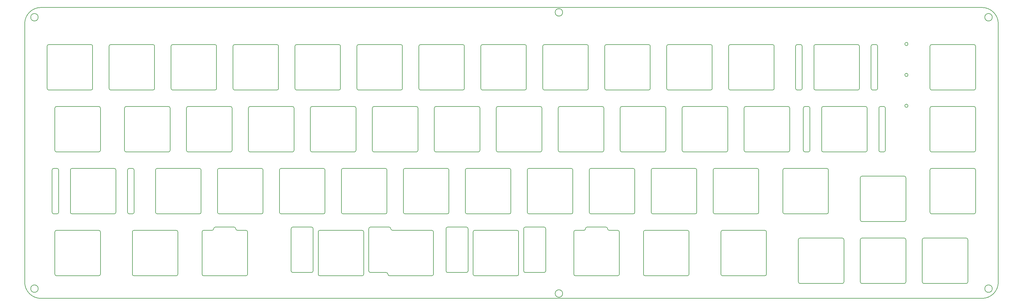
<source format=gm1>
G04 #@! TF.GenerationSoftware,KiCad,Pcbnew,(5.1.9)-1*
G04 #@! TF.CreationDate,2021-06-08T15:10:14-04:00*
G04 #@! TF.ProjectId,kastenwagen-plate,6b617374-656e-4776-9167-656e2d706c61,rev?*
G04 #@! TF.SameCoordinates,Original*
G04 #@! TF.FileFunction,Profile,NP*
%FSLAX46Y46*%
G04 Gerber Fmt 4.6, Leading zero omitted, Abs format (unit mm)*
G04 Created by KiCad (PCBNEW (5.1.9)-1) date 2021-06-08 15:10:14*
%MOMM*%
%LPD*%
G01*
G04 APERTURE LIST*
G04 #@! TA.AperFunction,Profile*
%ADD10C,0.150000*%
G04 #@! TD*
G04 #@! TA.AperFunction,Profile*
%ADD11C,0.200000*%
G04 #@! TD*
G04 APERTURE END LIST*
D10*
X309000000Y-10000000D02*
G75*
G03*
X309000000Y-10000000I-1150000J0D01*
G01*
D11*
X310850000Y-91500000D02*
X310850000Y-12000000D01*
X310850000Y-91500000D02*
G75*
G02*
X305850000Y-96500000I-5000000J0D01*
G01*
X305850000Y-7000000D02*
G75*
G02*
X310850000Y-12000000I0J-5000000D01*
G01*
D10*
X309000000Y-93500000D02*
G75*
G03*
X309000000Y-93500000I-1150000J0D01*
G01*
D11*
X11500000Y-12000000D02*
G75*
G02*
X16500000Y-7000000I5000000J0D01*
G01*
X11500000Y-91500000D02*
X11500000Y-12000000D01*
X16500000Y-96500000D02*
G75*
G02*
X11500000Y-91500000I0J5000000D01*
G01*
X16500000Y-7000000D02*
X305850000Y-7000000D01*
X16500000Y-96500000D02*
X305850000Y-96500000D01*
D10*
X176900000Y-95000000D02*
G75*
G03*
X176900000Y-95000000I-1150000J0D01*
G01*
X15650000Y-93500000D02*
G75*
G03*
X15650000Y-93500000I-1150000J0D01*
G01*
X15650000Y-10000000D02*
G75*
G03*
X15650000Y-10000000I-1150000J0D01*
G01*
X176900000Y-8500000D02*
G75*
G03*
X176900000Y-8500000I-1150000J0D01*
G01*
D11*
X283100400Y-18236400D02*
G75*
G03*
X283100400Y-18236400I-500000J0D01*
G01*
X283100400Y-27736400D02*
G75*
G03*
X283100400Y-27736400I-500000J0D01*
G01*
X283100400Y-37236400D02*
G75*
G03*
X283100400Y-37236400I-500000J0D01*
G01*
G04 #@! TO.C,REF\u002A\u002A*
X79525000Y-89550000D02*
X66525000Y-89550000D01*
X117306750Y-75050000D02*
X117306750Y-88050000D01*
X117806750Y-88550000D02*
X122675000Y-88550000D01*
X117806750Y-74550000D02*
X123556750Y-74550000D01*
X115243750Y-89550000D02*
X102243750Y-89550000D01*
X93430750Y-75050000D02*
X93430750Y-88050000D01*
X115743750Y-89050000D02*
X115743750Y-76050000D01*
X101743750Y-76050000D02*
X101743750Y-89050000D01*
X102243750Y-75550000D02*
X115243750Y-75550000D01*
X100180750Y-75050000D02*
X100180750Y-88050000D01*
X93930750Y-74550000D02*
X99680750Y-74550000D01*
X93930750Y-88550000D02*
X99680750Y-88550000D01*
X193825000Y-89550000D02*
X180825000Y-89550000D01*
X180825000Y-75550000D02*
X183450000Y-75550000D01*
X180325000Y-76050000D02*
X180325000Y-89050000D01*
X194325000Y-89050000D02*
X194325000Y-76050000D01*
X184450000Y-74550000D02*
X190200000Y-74550000D01*
X124556750Y-75550000D02*
X136675000Y-75550000D01*
X137175000Y-89050000D02*
X137175000Y-76050000D01*
X136675000Y-89550000D02*
X123675000Y-89550000D01*
X76875000Y-75550000D02*
X79525000Y-75550000D01*
X80025000Y-89050000D02*
X80025000Y-76050000D01*
X66025000Y-76050000D02*
X66025000Y-89050000D01*
X165431750Y-88550000D02*
X171181750Y-88550000D01*
X164931750Y-75050000D02*
X164931750Y-88050000D01*
X162868750Y-89550000D02*
X149868750Y-89550000D01*
X163368750Y-89050000D02*
X163368750Y-76050000D01*
X149368750Y-76050000D02*
X149368750Y-89050000D01*
X149868750Y-75550000D02*
X162868750Y-75550000D01*
X171681750Y-75050000D02*
X171681750Y-88050000D01*
X147805750Y-75050000D02*
X147805750Y-88050000D01*
X141055750Y-75050000D02*
X141055750Y-88050000D01*
X165431750Y-74550000D02*
X171181750Y-74550000D01*
X141555750Y-74550000D02*
X147305750Y-74550000D01*
X141555750Y-88550000D02*
X147305750Y-88550000D01*
X75875000Y-74550000D02*
X70125000Y-74550000D01*
X66525000Y-75550000D02*
X69125000Y-75550000D01*
X191200000Y-75550000D02*
X193825000Y-75550000D01*
X76875000Y-75550000D02*
G75*
G02*
X76375000Y-75050000I0J500000D01*
G01*
X69625000Y-75050000D02*
G75*
G02*
X70125000Y-74550000I500000J0D01*
G01*
X69625000Y-75050000D02*
G75*
G02*
X69125000Y-75550000I-500000J0D01*
G01*
X75875000Y-74550000D02*
G75*
G02*
X76375000Y-75050000I0J-500000D01*
G01*
X123556750Y-74550000D02*
G75*
G02*
X124056750Y-75050000I0J-500000D01*
G01*
X123675000Y-89550000D02*
G75*
G02*
X123175000Y-89050000I0J500000D01*
G01*
X183950000Y-75050000D02*
G75*
G02*
X183450000Y-75550000I-500000J0D01*
G01*
X191200000Y-75550000D02*
G75*
G02*
X190700000Y-75050000I0J500000D01*
G01*
X101743750Y-76050000D02*
G75*
G02*
X102243750Y-75550000I500000J0D01*
G01*
X115743750Y-89050000D02*
G75*
G02*
X115243750Y-89550000I-500000J0D01*
G01*
X115243750Y-75550000D02*
G75*
G02*
X115743750Y-76050000I0J-500000D01*
G01*
X102243750Y-89550000D02*
G75*
G02*
X101743750Y-89050000I0J500000D01*
G01*
X93430750Y-75050000D02*
G75*
G02*
X93930750Y-74550000I500000J0D01*
G01*
X100180750Y-88050000D02*
G75*
G02*
X99680750Y-88550000I-500000J0D01*
G01*
X93930750Y-88550000D02*
G75*
G02*
X93430750Y-88050000I0J500000D01*
G01*
X117306750Y-75050000D02*
G75*
G02*
X117806750Y-74550000I500000J0D01*
G01*
X122675000Y-88550000D02*
G75*
G02*
X123175000Y-89050000I0J-500000D01*
G01*
X99680750Y-74550000D02*
G75*
G02*
X100180750Y-75050000I0J-500000D01*
G01*
X117806750Y-88550000D02*
G75*
G02*
X117306750Y-88050000I0J500000D01*
G01*
X164931750Y-75050000D02*
G75*
G02*
X165431750Y-74550000I500000J0D01*
G01*
X141555750Y-88550000D02*
G75*
G02*
X141055750Y-88050000I0J500000D01*
G01*
X147805750Y-88050000D02*
G75*
G02*
X147305750Y-88550000I-500000J0D01*
G01*
X171681750Y-88050000D02*
G75*
G02*
X171181750Y-88550000I-500000J0D01*
G01*
X141055750Y-75050000D02*
G75*
G02*
X141555750Y-74550000I500000J0D01*
G01*
X163368750Y-89050000D02*
G75*
G02*
X162868750Y-89550000I-500000J0D01*
G01*
X147305750Y-74550000D02*
G75*
G02*
X147805750Y-75050000I0J-500000D01*
G01*
X149368750Y-76050000D02*
G75*
G02*
X149868750Y-75550000I500000J0D01*
G01*
X162868750Y-75550000D02*
G75*
G02*
X163368750Y-76050000I0J-500000D01*
G01*
X149868750Y-89550000D02*
G75*
G02*
X149368750Y-89050000I0J500000D01*
G01*
X171181750Y-74550000D02*
G75*
G02*
X171681750Y-75050000I0J-500000D01*
G01*
X165431750Y-88550000D02*
G75*
G02*
X164931750Y-88050000I0J500000D01*
G01*
X180325000Y-76050000D02*
G75*
G02*
X180825000Y-75550000I500000J0D01*
G01*
X194325000Y-89050000D02*
G75*
G02*
X193825000Y-89550000I-500000J0D01*
G01*
X180825000Y-89550000D02*
G75*
G02*
X180325000Y-89050000I0J500000D01*
G01*
X193825000Y-75550000D02*
G75*
G02*
X194325000Y-76050000I0J-500000D01*
G01*
X79525000Y-75550000D02*
G75*
G02*
X80025000Y-76050000I0J-500000D01*
G01*
X66525000Y-89550000D02*
G75*
G02*
X66025000Y-89050000I0J500000D01*
G01*
X66025000Y-76050000D02*
G75*
G02*
X66525000Y-75550000I500000J0D01*
G01*
X80025000Y-89050000D02*
G75*
G02*
X79525000Y-89550000I-500000J0D01*
G01*
X190200000Y-74550000D02*
G75*
G02*
X190700000Y-75050000I0J-500000D01*
G01*
X183950000Y-75050000D02*
G75*
G02*
X184450000Y-74550000I500000J0D01*
G01*
X136675000Y-75550000D02*
G75*
G02*
X137175000Y-76050000I0J-500000D01*
G01*
X137175000Y-89050000D02*
G75*
G02*
X136675000Y-89550000I-500000J0D01*
G01*
X124556750Y-75550000D02*
G75*
G02*
X124056750Y-75050000I0J500000D01*
G01*
X290362500Y-18400000D02*
X303362500Y-18400000D01*
X289862500Y-18900000D02*
X289862500Y-31900000D01*
X303862500Y-31900000D02*
X303862500Y-18900000D01*
X303362500Y-32400000D02*
X290362500Y-32400000D01*
X290362500Y-32400000D02*
G75*
G02*
X289862500Y-31900000I0J500000D01*
G01*
X303362500Y-18400000D02*
G75*
G02*
X303862500Y-18900000I0J-500000D01*
G01*
X303862500Y-31900000D02*
G75*
G02*
X303362500Y-32400000I-500000J0D01*
G01*
X289862500Y-18900000D02*
G75*
G02*
X290362500Y-18400000I500000J0D01*
G01*
X290362500Y-37450000D02*
X303362500Y-37450000D01*
X289862500Y-37950000D02*
X289862500Y-50950000D01*
X303862500Y-50950000D02*
X303862500Y-37950000D01*
X303362500Y-51450000D02*
X290362500Y-51450000D01*
X290362500Y-51450000D02*
G75*
G02*
X289862500Y-50950000I0J500000D01*
G01*
X303362500Y-37450000D02*
G75*
G02*
X303862500Y-37950000I0J-500000D01*
G01*
X303862500Y-50950000D02*
G75*
G02*
X303362500Y-51450000I-500000J0D01*
G01*
X289862500Y-37950000D02*
G75*
G02*
X290362500Y-37450000I500000J0D01*
G01*
X290362500Y-56500000D02*
X303362500Y-56500000D01*
X289862500Y-57000000D02*
X289862500Y-70000000D01*
X303862500Y-70000000D02*
X303862500Y-57000000D01*
X303362500Y-70500000D02*
X290362500Y-70500000D01*
X290362500Y-70500000D02*
G75*
G02*
X289862500Y-70000000I0J500000D01*
G01*
X303362500Y-56500000D02*
G75*
G02*
X303862500Y-57000000I0J-500000D01*
G01*
X303862500Y-70000000D02*
G75*
G02*
X303362500Y-70500000I-500000J0D01*
G01*
X289862500Y-57000000D02*
G75*
G02*
X290362500Y-56500000I500000J0D01*
G01*
X287981250Y-77931250D02*
X300981250Y-77931250D01*
X287481250Y-78431250D02*
X287481250Y-91431250D01*
X301481250Y-91431250D02*
X301481250Y-78431250D01*
X300981250Y-91931250D02*
X287981250Y-91931250D01*
X287981250Y-91931250D02*
G75*
G02*
X287481250Y-91431250I0J500000D01*
G01*
X300981250Y-77931250D02*
G75*
G02*
X301481250Y-78431250I0J-500000D01*
G01*
X301481250Y-91431250D02*
G75*
G02*
X300981250Y-91931250I-500000J0D01*
G01*
X287481250Y-78431250D02*
G75*
G02*
X287981250Y-77931250I500000J0D01*
G01*
X249881250Y-77931250D02*
X262881250Y-77931250D01*
X249381250Y-78431250D02*
X249381250Y-91431250D01*
X263381250Y-91431250D02*
X263381250Y-78431250D01*
X262881250Y-91931250D02*
X249881250Y-91931250D01*
X249881250Y-91931250D02*
G75*
G02*
X249381250Y-91431250I0J500000D01*
G01*
X262881250Y-77931250D02*
G75*
G02*
X263381250Y-78431250I0J-500000D01*
G01*
X263381250Y-91431250D02*
G75*
G02*
X262881250Y-91931250I-500000J0D01*
G01*
X249381250Y-78431250D02*
G75*
G02*
X249881250Y-77931250I500000J0D01*
G01*
X268931250Y-77931250D02*
X281931250Y-77931250D01*
X268431250Y-78431250D02*
X268431250Y-91431250D01*
X282431250Y-91431250D02*
X282431250Y-78431250D01*
X281931250Y-91931250D02*
X268931250Y-91931250D01*
X268931250Y-91931250D02*
G75*
G02*
X268431250Y-91431250I0J500000D01*
G01*
X281931250Y-77931250D02*
G75*
G02*
X282431250Y-78431250I0J-500000D01*
G01*
X282431250Y-91431250D02*
G75*
G02*
X281931250Y-91931250I-500000J0D01*
G01*
X268431250Y-78431250D02*
G75*
G02*
X268931250Y-77931250I500000J0D01*
G01*
X268931250Y-58881250D02*
X281931250Y-58881250D01*
X268431250Y-59381250D02*
X268431250Y-72381250D01*
X282431250Y-72381250D02*
X282431250Y-59381250D01*
X281931250Y-72881250D02*
X268931250Y-72881250D01*
X268931250Y-72881250D02*
G75*
G02*
X268431250Y-72381250I0J500000D01*
G01*
X281931250Y-58881250D02*
G75*
G02*
X282431250Y-59381250I0J-500000D01*
G01*
X282431250Y-72381250D02*
G75*
G02*
X281931250Y-72881250I-500000J0D01*
G01*
X268431250Y-59381250D02*
G75*
G02*
X268931250Y-58881250I500000J0D01*
G01*
X215256250Y-89550000D02*
X202256250Y-89550000D01*
X215756250Y-89050000D02*
X215756250Y-76050000D01*
X201756250Y-76050000D02*
X201756250Y-89050000D01*
X202256250Y-75550000D02*
X215256250Y-75550000D01*
X202256250Y-89550000D02*
G75*
G02*
X201756250Y-89050000I0J500000D01*
G01*
X215256250Y-75550000D02*
G75*
G02*
X215756250Y-76050000I0J-500000D01*
G01*
X215756250Y-89050000D02*
G75*
G02*
X215256250Y-89550000I-500000J0D01*
G01*
X201756250Y-76050000D02*
G75*
G02*
X202256250Y-75550000I500000J0D01*
G01*
X239068750Y-89550000D02*
X226068750Y-89550000D01*
X239568750Y-89050000D02*
X239568750Y-76050000D01*
X225568750Y-76050000D02*
X225568750Y-89050000D01*
X226068750Y-75550000D02*
X239068750Y-75550000D01*
X226068750Y-89550000D02*
G75*
G02*
X225568750Y-89050000I0J500000D01*
G01*
X239068750Y-75550000D02*
G75*
G02*
X239568750Y-76050000I0J-500000D01*
G01*
X239568750Y-89050000D02*
G75*
G02*
X239068750Y-89550000I-500000J0D01*
G01*
X225568750Y-76050000D02*
G75*
G02*
X226068750Y-75550000I500000J0D01*
G01*
X58093750Y-89550000D02*
X45093750Y-89550000D01*
X58593750Y-89050000D02*
X58593750Y-76050000D01*
X44593750Y-76050000D02*
X44593750Y-89050000D01*
X45093750Y-75550000D02*
X58093750Y-75550000D01*
X45093750Y-89550000D02*
G75*
G02*
X44593750Y-89050000I0J500000D01*
G01*
X58093750Y-75550000D02*
G75*
G02*
X58593750Y-76050000I0J-500000D01*
G01*
X58593750Y-89050000D02*
G75*
G02*
X58093750Y-89550000I-500000J0D01*
G01*
X44593750Y-76050000D02*
G75*
G02*
X45093750Y-75550000I500000J0D01*
G01*
X34281250Y-89550000D02*
X21281250Y-89550000D01*
X34781250Y-89050000D02*
X34781250Y-76050000D01*
X20781250Y-76050000D02*
X20781250Y-89050000D01*
X21281250Y-75550000D02*
X34281250Y-75550000D01*
X21281250Y-89550000D02*
G75*
G02*
X20781250Y-89050000I0J500000D01*
G01*
X34281250Y-75550000D02*
G75*
G02*
X34781250Y-76050000I0J-500000D01*
G01*
X34781250Y-89050000D02*
G75*
G02*
X34281250Y-89550000I-500000J0D01*
G01*
X20781250Y-76050000D02*
G75*
G02*
X21281250Y-75550000I500000J0D01*
G01*
X34281250Y-51450000D02*
X21281250Y-51450000D01*
X34781250Y-50950000D02*
X34781250Y-37950000D01*
X20781250Y-37950000D02*
X20781250Y-50950000D01*
X21281250Y-37450000D02*
X34281250Y-37450000D01*
X21281250Y-51450000D02*
G75*
G02*
X20781250Y-50950000I0J500000D01*
G01*
X34281250Y-37450000D02*
G75*
G02*
X34781250Y-37950000I0J-500000D01*
G01*
X34781250Y-50950000D02*
G75*
G02*
X34281250Y-51450000I-500000J0D01*
G01*
X20781250Y-37950000D02*
G75*
G02*
X21281250Y-37450000I500000J0D01*
G01*
X258118750Y-70500000D02*
X245118750Y-70500000D01*
X258618750Y-70000000D02*
X258618750Y-57000000D01*
X244618750Y-57000000D02*
X244618750Y-70000000D01*
X245118750Y-56500000D02*
X258118750Y-56500000D01*
X245118750Y-70500000D02*
G75*
G02*
X244618750Y-70000000I0J500000D01*
G01*
X258118750Y-56500000D02*
G75*
G02*
X258618750Y-57000000I0J-500000D01*
G01*
X258618750Y-70000000D02*
G75*
G02*
X258118750Y-70500000I-500000J0D01*
G01*
X244618750Y-57000000D02*
G75*
G02*
X245118750Y-56500000I500000J0D01*
G01*
X270025000Y-51450000D02*
X257025000Y-51450000D01*
X270525000Y-50950000D02*
X270525000Y-37950000D01*
X256525000Y-37950000D02*
X256525000Y-50950000D01*
X257025000Y-37450000D02*
X270025000Y-37450000D01*
X252925000Y-37950000D02*
X252925000Y-50950000D01*
X250925000Y-37950000D02*
X250925000Y-50950000D01*
X251425000Y-37450000D02*
X252425000Y-37450000D01*
X251425000Y-51450000D02*
X252425000Y-51450000D01*
X275625000Y-51450000D02*
X274625000Y-51450000D01*
X275625000Y-37450000D02*
X274625000Y-37450000D01*
X274125000Y-50950000D02*
X274125000Y-37950000D01*
X276125000Y-50950000D02*
X276125000Y-37950000D01*
X276125000Y-50950000D02*
G75*
G02*
X275625000Y-51450000I-500000J0D01*
G01*
X274125000Y-37950000D02*
G75*
G02*
X274625000Y-37450000I500000J0D01*
G01*
X274625000Y-51450000D02*
G75*
G02*
X274125000Y-50950000I0J500000D01*
G01*
X275625000Y-37450000D02*
G75*
G02*
X276125000Y-37950000I0J-500000D01*
G01*
X252425000Y-37450000D02*
G75*
G02*
X252925000Y-37950000I0J-500000D01*
G01*
X251425000Y-51450000D02*
G75*
G02*
X250925000Y-50950000I0J500000D01*
G01*
X252925000Y-50950000D02*
G75*
G02*
X252425000Y-51450000I-500000J0D01*
G01*
X250925000Y-37950000D02*
G75*
G02*
X251425000Y-37450000I500000J0D01*
G01*
X257025000Y-51450000D02*
G75*
G02*
X256525000Y-50950000I0J500000D01*
G01*
X270025000Y-37450000D02*
G75*
G02*
X270525000Y-37950000I0J-500000D01*
G01*
X270525000Y-50950000D02*
G75*
G02*
X270025000Y-51450000I-500000J0D01*
G01*
X256525000Y-37950000D02*
G75*
G02*
X257025000Y-37450000I500000J0D01*
G01*
X267643750Y-32400000D02*
X254643750Y-32400000D01*
X268143750Y-31900000D02*
X268143750Y-18900000D01*
X254143750Y-18900000D02*
X254143750Y-31900000D01*
X254643750Y-18400000D02*
X267643750Y-18400000D01*
X250543750Y-18900000D02*
X250543750Y-31900000D01*
X248543750Y-18900000D02*
X248543750Y-31900000D01*
X249043750Y-18400000D02*
X250043750Y-18400000D01*
X249043750Y-32400000D02*
X250043750Y-32400000D01*
X273243750Y-32400000D02*
X272243750Y-32400000D01*
X273243750Y-18400000D02*
X272243750Y-18400000D01*
X271743750Y-31900000D02*
X271743750Y-18900000D01*
X273743750Y-31900000D02*
X273743750Y-18900000D01*
X273743750Y-31900000D02*
G75*
G02*
X273243750Y-32400000I-500000J0D01*
G01*
X271743750Y-18900000D02*
G75*
G02*
X272243750Y-18400000I500000J0D01*
G01*
X272243750Y-32400000D02*
G75*
G02*
X271743750Y-31900000I0J500000D01*
G01*
X273243750Y-18400000D02*
G75*
G02*
X273743750Y-18900000I0J-500000D01*
G01*
X250043750Y-18400000D02*
G75*
G02*
X250543750Y-18900000I0J-500000D01*
G01*
X249043750Y-32400000D02*
G75*
G02*
X248543750Y-31900000I0J500000D01*
G01*
X250543750Y-31900000D02*
G75*
G02*
X250043750Y-32400000I-500000J0D01*
G01*
X248543750Y-18900000D02*
G75*
G02*
X249043750Y-18400000I500000J0D01*
G01*
X254643750Y-32400000D02*
G75*
G02*
X254143750Y-31900000I0J500000D01*
G01*
X267643750Y-18400000D02*
G75*
G02*
X268143750Y-18900000I0J-500000D01*
G01*
X268143750Y-31900000D02*
G75*
G02*
X267643750Y-32400000I-500000J0D01*
G01*
X254143750Y-18900000D02*
G75*
G02*
X254643750Y-18400000I500000J0D01*
G01*
X39043750Y-70500000D02*
X26043750Y-70500000D01*
X39543750Y-70000000D02*
X39543750Y-57000000D01*
X25543750Y-57000000D02*
X25543750Y-70000000D01*
X26043750Y-56500000D02*
X39043750Y-56500000D01*
X21943750Y-57000000D02*
X21943750Y-70000000D01*
X19943750Y-57000000D02*
X19943750Y-70000000D01*
X20443750Y-56500000D02*
X21443750Y-56500000D01*
X20443750Y-70500000D02*
X21443750Y-70500000D01*
X44643750Y-70500000D02*
X43643750Y-70500000D01*
X44643750Y-56500000D02*
X43643750Y-56500000D01*
X43143750Y-70000000D02*
X43143750Y-57000000D01*
X45143750Y-70000000D02*
X45143750Y-57000000D01*
X45143750Y-70000000D02*
G75*
G02*
X44643750Y-70500000I-500000J0D01*
G01*
X43143750Y-57000000D02*
G75*
G02*
X43643750Y-56500000I500000J0D01*
G01*
X43643750Y-70500000D02*
G75*
G02*
X43143750Y-70000000I0J500000D01*
G01*
X44643750Y-56500000D02*
G75*
G02*
X45143750Y-57000000I0J-500000D01*
G01*
X21443750Y-56500000D02*
G75*
G02*
X21943750Y-57000000I0J-500000D01*
G01*
X20443750Y-70500000D02*
G75*
G02*
X19943750Y-70000000I0J500000D01*
G01*
X21943750Y-70000000D02*
G75*
G02*
X21443750Y-70500000I-500000J0D01*
G01*
X19943750Y-57000000D02*
G75*
G02*
X20443750Y-56500000I500000J0D01*
G01*
X26043750Y-70500000D02*
G75*
G02*
X25543750Y-70000000I0J500000D01*
G01*
X39043750Y-56500000D02*
G75*
G02*
X39543750Y-57000000I0J-500000D01*
G01*
X39543750Y-70000000D02*
G75*
G02*
X39043750Y-70500000I-500000J0D01*
G01*
X25543750Y-57000000D02*
G75*
G02*
X26043750Y-56500000I500000J0D01*
G01*
X90337500Y-56500000D02*
X103337500Y-56500000D01*
X89837500Y-57000000D02*
X89837500Y-70000000D01*
X103837500Y-70000000D02*
X103837500Y-57000000D01*
X103337500Y-70500000D02*
X90337500Y-70500000D01*
X90337500Y-70500000D02*
G75*
G02*
X89837500Y-70000000I0J500000D01*
G01*
X103337500Y-56500000D02*
G75*
G02*
X103837500Y-57000000I0J-500000D01*
G01*
X103837500Y-70000000D02*
G75*
G02*
X103337500Y-70500000I-500000J0D01*
G01*
X89837500Y-57000000D02*
G75*
G02*
X90337500Y-56500000I500000J0D01*
G01*
X71287500Y-56500000D02*
X84287500Y-56500000D01*
X70787500Y-57000000D02*
X70787500Y-70000000D01*
X84787500Y-70000000D02*
X84787500Y-57000000D01*
X84287500Y-70500000D02*
X71287500Y-70500000D01*
X71287500Y-70500000D02*
G75*
G02*
X70787500Y-70000000I0J500000D01*
G01*
X84287500Y-56500000D02*
G75*
G02*
X84787500Y-57000000I0J-500000D01*
G01*
X84787500Y-70000000D02*
G75*
G02*
X84287500Y-70500000I-500000J0D01*
G01*
X70787500Y-57000000D02*
G75*
G02*
X71287500Y-56500000I500000J0D01*
G01*
X147487500Y-56500000D02*
X160487500Y-56500000D01*
X146987500Y-57000000D02*
X146987500Y-70000000D01*
X160987500Y-70000000D02*
X160987500Y-57000000D01*
X160487500Y-70500000D02*
X147487500Y-70500000D01*
X147487500Y-70500000D02*
G75*
G02*
X146987500Y-70000000I0J500000D01*
G01*
X160487500Y-56500000D02*
G75*
G02*
X160987500Y-57000000I0J-500000D01*
G01*
X160987500Y-70000000D02*
G75*
G02*
X160487500Y-70500000I-500000J0D01*
G01*
X146987500Y-57000000D02*
G75*
G02*
X147487500Y-56500000I500000J0D01*
G01*
X109387500Y-56500000D02*
X122387500Y-56500000D01*
X108887500Y-57000000D02*
X108887500Y-70000000D01*
X122887500Y-70000000D02*
X122887500Y-57000000D01*
X122387500Y-70500000D02*
X109387500Y-70500000D01*
X109387500Y-70500000D02*
G75*
G02*
X108887500Y-70000000I0J500000D01*
G01*
X122387500Y-56500000D02*
G75*
G02*
X122887500Y-57000000I0J-500000D01*
G01*
X122887500Y-70000000D02*
G75*
G02*
X122387500Y-70500000I-500000J0D01*
G01*
X108887500Y-57000000D02*
G75*
G02*
X109387500Y-56500000I500000J0D01*
G01*
X128437500Y-56500000D02*
X141437500Y-56500000D01*
X127937500Y-57000000D02*
X127937500Y-70000000D01*
X141937500Y-70000000D02*
X141937500Y-57000000D01*
X141437500Y-70500000D02*
X128437500Y-70500000D01*
X128437500Y-70500000D02*
G75*
G02*
X127937500Y-70000000I0J500000D01*
G01*
X141437500Y-56500000D02*
G75*
G02*
X141937500Y-57000000I0J-500000D01*
G01*
X141937500Y-70000000D02*
G75*
G02*
X141437500Y-70500000I-500000J0D01*
G01*
X127937500Y-57000000D02*
G75*
G02*
X128437500Y-56500000I500000J0D01*
G01*
X166537500Y-56500000D02*
X179537500Y-56500000D01*
X166037500Y-57000000D02*
X166037500Y-70000000D01*
X180037500Y-70000000D02*
X180037500Y-57000000D01*
X179537500Y-70500000D02*
X166537500Y-70500000D01*
X166537500Y-70500000D02*
G75*
G02*
X166037500Y-70000000I0J500000D01*
G01*
X179537500Y-56500000D02*
G75*
G02*
X180037500Y-57000000I0J-500000D01*
G01*
X180037500Y-70000000D02*
G75*
G02*
X179537500Y-70500000I-500000J0D01*
G01*
X166037500Y-57000000D02*
G75*
G02*
X166537500Y-56500000I500000J0D01*
G01*
X204637500Y-56500000D02*
X217637500Y-56500000D01*
X204137500Y-57000000D02*
X204137500Y-70000000D01*
X218137500Y-70000000D02*
X218137500Y-57000000D01*
X217637500Y-70500000D02*
X204637500Y-70500000D01*
X204637500Y-70500000D02*
G75*
G02*
X204137500Y-70000000I0J500000D01*
G01*
X217637500Y-56500000D02*
G75*
G02*
X218137500Y-57000000I0J-500000D01*
G01*
X218137500Y-70000000D02*
G75*
G02*
X217637500Y-70500000I-500000J0D01*
G01*
X204137500Y-57000000D02*
G75*
G02*
X204637500Y-56500000I500000J0D01*
G01*
X185587500Y-56500000D02*
X198587500Y-56500000D01*
X185087500Y-57000000D02*
X185087500Y-70000000D01*
X199087500Y-70000000D02*
X199087500Y-57000000D01*
X198587500Y-70500000D02*
X185587500Y-70500000D01*
X185587500Y-70500000D02*
G75*
G02*
X185087500Y-70000000I0J500000D01*
G01*
X198587500Y-56500000D02*
G75*
G02*
X199087500Y-57000000I0J-500000D01*
G01*
X199087500Y-70000000D02*
G75*
G02*
X198587500Y-70500000I-500000J0D01*
G01*
X185087500Y-57000000D02*
G75*
G02*
X185587500Y-56500000I500000J0D01*
G01*
X52237500Y-56500000D02*
X65237500Y-56500000D01*
X51737500Y-57000000D02*
X51737500Y-70000000D01*
X65737500Y-70000000D02*
X65737500Y-57000000D01*
X65237500Y-70500000D02*
X52237500Y-70500000D01*
X52237500Y-70500000D02*
G75*
G02*
X51737500Y-70000000I0J500000D01*
G01*
X65237500Y-56500000D02*
G75*
G02*
X65737500Y-57000000I0J-500000D01*
G01*
X65737500Y-70000000D02*
G75*
G02*
X65237500Y-70500000I-500000J0D01*
G01*
X51737500Y-57000000D02*
G75*
G02*
X52237500Y-56500000I500000J0D01*
G01*
X223687500Y-56500000D02*
X236687500Y-56500000D01*
X223187500Y-57000000D02*
X223187500Y-70000000D01*
X237187500Y-70000000D02*
X237187500Y-57000000D01*
X236687500Y-70500000D02*
X223687500Y-70500000D01*
X223687500Y-70500000D02*
G75*
G02*
X223187500Y-70000000I0J500000D01*
G01*
X236687500Y-56500000D02*
G75*
G02*
X237187500Y-57000000I0J-500000D01*
G01*
X237187500Y-70000000D02*
G75*
G02*
X236687500Y-70500000I-500000J0D01*
G01*
X223187500Y-57000000D02*
G75*
G02*
X223687500Y-56500000I500000J0D01*
G01*
X214162500Y-37450000D02*
X227162500Y-37450000D01*
X213662500Y-37950000D02*
X213662500Y-50950000D01*
X227662500Y-50950000D02*
X227662500Y-37950000D01*
X227162500Y-51450000D02*
X214162500Y-51450000D01*
X214162500Y-51450000D02*
G75*
G02*
X213662500Y-50950000I0J500000D01*
G01*
X227162500Y-37450000D02*
G75*
G02*
X227662500Y-37950000I0J-500000D01*
G01*
X227662500Y-50950000D02*
G75*
G02*
X227162500Y-51450000I-500000J0D01*
G01*
X213662500Y-37950000D02*
G75*
G02*
X214162500Y-37450000I500000J0D01*
G01*
X176062500Y-37450000D02*
X189062500Y-37450000D01*
X175562500Y-37950000D02*
X175562500Y-50950000D01*
X189562500Y-50950000D02*
X189562500Y-37950000D01*
X189062500Y-51450000D02*
X176062500Y-51450000D01*
X176062500Y-51450000D02*
G75*
G02*
X175562500Y-50950000I0J500000D01*
G01*
X189062500Y-37450000D02*
G75*
G02*
X189562500Y-37950000I0J-500000D01*
G01*
X189562500Y-50950000D02*
G75*
G02*
X189062500Y-51450000I-500000J0D01*
G01*
X175562500Y-37950000D02*
G75*
G02*
X176062500Y-37450000I500000J0D01*
G01*
X195112500Y-37450000D02*
X208112500Y-37450000D01*
X194612500Y-37950000D02*
X194612500Y-50950000D01*
X208612500Y-50950000D02*
X208612500Y-37950000D01*
X208112500Y-51450000D02*
X195112500Y-51450000D01*
X195112500Y-51450000D02*
G75*
G02*
X194612500Y-50950000I0J500000D01*
G01*
X208112500Y-37450000D02*
G75*
G02*
X208612500Y-37950000I0J-500000D01*
G01*
X208612500Y-50950000D02*
G75*
G02*
X208112500Y-51450000I-500000J0D01*
G01*
X194612500Y-37950000D02*
G75*
G02*
X195112500Y-37450000I500000J0D01*
G01*
X233212500Y-37450000D02*
X246212500Y-37450000D01*
X232712500Y-37950000D02*
X232712500Y-50950000D01*
X246712500Y-50950000D02*
X246712500Y-37950000D01*
X246212500Y-51450000D02*
X233212500Y-51450000D01*
X233212500Y-51450000D02*
G75*
G02*
X232712500Y-50950000I0J500000D01*
G01*
X246212500Y-37450000D02*
G75*
G02*
X246712500Y-37950000I0J-500000D01*
G01*
X246712500Y-50950000D02*
G75*
G02*
X246212500Y-51450000I-500000J0D01*
G01*
X232712500Y-37950000D02*
G75*
G02*
X233212500Y-37450000I500000J0D01*
G01*
X157012500Y-37450000D02*
X170012500Y-37450000D01*
X156512500Y-37950000D02*
X156512500Y-50950000D01*
X170512500Y-50950000D02*
X170512500Y-37950000D01*
X170012500Y-51450000D02*
X157012500Y-51450000D01*
X157012500Y-51450000D02*
G75*
G02*
X156512500Y-50950000I0J500000D01*
G01*
X170012500Y-37450000D02*
G75*
G02*
X170512500Y-37950000I0J-500000D01*
G01*
X170512500Y-50950000D02*
G75*
G02*
X170012500Y-51450000I-500000J0D01*
G01*
X156512500Y-37950000D02*
G75*
G02*
X157012500Y-37450000I500000J0D01*
G01*
X42712500Y-37450000D02*
X55712500Y-37450000D01*
X42212500Y-37950000D02*
X42212500Y-50950000D01*
X56212500Y-50950000D02*
X56212500Y-37950000D01*
X55712500Y-51450000D02*
X42712500Y-51450000D01*
X42712500Y-51450000D02*
G75*
G02*
X42212500Y-50950000I0J500000D01*
G01*
X55712500Y-37450000D02*
G75*
G02*
X56212500Y-37950000I0J-500000D01*
G01*
X56212500Y-50950000D02*
G75*
G02*
X55712500Y-51450000I-500000J0D01*
G01*
X42212500Y-37950000D02*
G75*
G02*
X42712500Y-37450000I500000J0D01*
G01*
X118912500Y-37450000D02*
X131912500Y-37450000D01*
X118412500Y-37950000D02*
X118412500Y-50950000D01*
X132412500Y-50950000D02*
X132412500Y-37950000D01*
X131912500Y-51450000D02*
X118912500Y-51450000D01*
X118912500Y-51450000D02*
G75*
G02*
X118412500Y-50950000I0J500000D01*
G01*
X131912500Y-37450000D02*
G75*
G02*
X132412500Y-37950000I0J-500000D01*
G01*
X132412500Y-50950000D02*
G75*
G02*
X131912500Y-51450000I-500000J0D01*
G01*
X118412500Y-37950000D02*
G75*
G02*
X118912500Y-37450000I500000J0D01*
G01*
X137962500Y-37450000D02*
X150962500Y-37450000D01*
X137462500Y-37950000D02*
X137462500Y-50950000D01*
X151462500Y-50950000D02*
X151462500Y-37950000D01*
X150962500Y-51450000D02*
X137962500Y-51450000D01*
X137962500Y-51450000D02*
G75*
G02*
X137462500Y-50950000I0J500000D01*
G01*
X150962500Y-37450000D02*
G75*
G02*
X151462500Y-37950000I0J-500000D01*
G01*
X151462500Y-50950000D02*
G75*
G02*
X150962500Y-51450000I-500000J0D01*
G01*
X137462500Y-37950000D02*
G75*
G02*
X137962500Y-37450000I500000J0D01*
G01*
X99862500Y-37450000D02*
X112862500Y-37450000D01*
X99362500Y-37950000D02*
X99362500Y-50950000D01*
X113362500Y-50950000D02*
X113362500Y-37950000D01*
X112862500Y-51450000D02*
X99862500Y-51450000D01*
X99862500Y-51450000D02*
G75*
G02*
X99362500Y-50950000I0J500000D01*
G01*
X112862500Y-37450000D02*
G75*
G02*
X113362500Y-37950000I0J-500000D01*
G01*
X113362500Y-50950000D02*
G75*
G02*
X112862500Y-51450000I-500000J0D01*
G01*
X99362500Y-37950000D02*
G75*
G02*
X99862500Y-37450000I500000J0D01*
G01*
X80812500Y-37450000D02*
X93812500Y-37450000D01*
X80312500Y-37950000D02*
X80312500Y-50950000D01*
X94312500Y-50950000D02*
X94312500Y-37950000D01*
X93812500Y-51450000D02*
X80812500Y-51450000D01*
X80812500Y-51450000D02*
G75*
G02*
X80312500Y-50950000I0J500000D01*
G01*
X93812500Y-37450000D02*
G75*
G02*
X94312500Y-37950000I0J-500000D01*
G01*
X94312500Y-50950000D02*
G75*
G02*
X93812500Y-51450000I-500000J0D01*
G01*
X80312500Y-37950000D02*
G75*
G02*
X80812500Y-37450000I500000J0D01*
G01*
X61762500Y-37450000D02*
X74762500Y-37450000D01*
X61262500Y-37950000D02*
X61262500Y-50950000D01*
X75262500Y-50950000D02*
X75262500Y-37950000D01*
X74762500Y-51450000D02*
X61762500Y-51450000D01*
X61762500Y-51450000D02*
G75*
G02*
X61262500Y-50950000I0J500000D01*
G01*
X74762500Y-37450000D02*
G75*
G02*
X75262500Y-37950000I0J-500000D01*
G01*
X75262500Y-50950000D02*
G75*
G02*
X74762500Y-51450000I-500000J0D01*
G01*
X61262500Y-37950000D02*
G75*
G02*
X61762500Y-37450000I500000J0D01*
G01*
X190350000Y-18400000D02*
X203350000Y-18400000D01*
X189850000Y-18900000D02*
X189850000Y-31900000D01*
X203850000Y-31900000D02*
X203850000Y-18900000D01*
X203350000Y-32400000D02*
X190350000Y-32400000D01*
X190350000Y-32400000D02*
G75*
G02*
X189850000Y-31900000I0J500000D01*
G01*
X203350000Y-18400000D02*
G75*
G02*
X203850000Y-18900000I0J-500000D01*
G01*
X203850000Y-31900000D02*
G75*
G02*
X203350000Y-32400000I-500000J0D01*
G01*
X189850000Y-18900000D02*
G75*
G02*
X190350000Y-18400000I500000J0D01*
G01*
X228450000Y-18400000D02*
X241450000Y-18400000D01*
X227950000Y-18900000D02*
X227950000Y-31900000D01*
X241950000Y-31900000D02*
X241950000Y-18900000D01*
X241450000Y-32400000D02*
X228450000Y-32400000D01*
X228450000Y-32400000D02*
G75*
G02*
X227950000Y-31900000I0J500000D01*
G01*
X241450000Y-18400000D02*
G75*
G02*
X241950000Y-18900000I0J-500000D01*
G01*
X241950000Y-31900000D02*
G75*
G02*
X241450000Y-32400000I-500000J0D01*
G01*
X227950000Y-18900000D02*
G75*
G02*
X228450000Y-18400000I500000J0D01*
G01*
X209400000Y-18400000D02*
X222400000Y-18400000D01*
X208900000Y-18900000D02*
X208900000Y-31900000D01*
X222900000Y-31900000D02*
X222900000Y-18900000D01*
X222400000Y-32400000D02*
X209400000Y-32400000D01*
X209400000Y-32400000D02*
G75*
G02*
X208900000Y-31900000I0J500000D01*
G01*
X222400000Y-18400000D02*
G75*
G02*
X222900000Y-18900000I0J-500000D01*
G01*
X222900000Y-31900000D02*
G75*
G02*
X222400000Y-32400000I-500000J0D01*
G01*
X208900000Y-18900000D02*
G75*
G02*
X209400000Y-18400000I500000J0D01*
G01*
X171300000Y-18400000D02*
X184300000Y-18400000D01*
X170800000Y-18900000D02*
X170800000Y-31900000D01*
X184800000Y-31900000D02*
X184800000Y-18900000D01*
X184300000Y-32400000D02*
X171300000Y-32400000D01*
X171300000Y-32400000D02*
G75*
G02*
X170800000Y-31900000I0J500000D01*
G01*
X184300000Y-18400000D02*
G75*
G02*
X184800000Y-18900000I0J-500000D01*
G01*
X184800000Y-31900000D02*
G75*
G02*
X184300000Y-32400000I-500000J0D01*
G01*
X170800000Y-18900000D02*
G75*
G02*
X171300000Y-18400000I500000J0D01*
G01*
X114150000Y-18400000D02*
X127150000Y-18400000D01*
X113650000Y-18900000D02*
X113650000Y-31900000D01*
X127650000Y-31900000D02*
X127650000Y-18900000D01*
X127150000Y-32400000D02*
X114150000Y-32400000D01*
X114150000Y-32400000D02*
G75*
G02*
X113650000Y-31900000I0J500000D01*
G01*
X127150000Y-18400000D02*
G75*
G02*
X127650000Y-18900000I0J-500000D01*
G01*
X127650000Y-31900000D02*
G75*
G02*
X127150000Y-32400000I-500000J0D01*
G01*
X113650000Y-18900000D02*
G75*
G02*
X114150000Y-18400000I500000J0D01*
G01*
X152250000Y-18400000D02*
X165250000Y-18400000D01*
X151750000Y-18900000D02*
X151750000Y-31900000D01*
X165750000Y-31900000D02*
X165750000Y-18900000D01*
X165250000Y-32400000D02*
X152250000Y-32400000D01*
X152250000Y-32400000D02*
G75*
G02*
X151750000Y-31900000I0J500000D01*
G01*
X165250000Y-18400000D02*
G75*
G02*
X165750000Y-18900000I0J-500000D01*
G01*
X165750000Y-31900000D02*
G75*
G02*
X165250000Y-32400000I-500000J0D01*
G01*
X151750000Y-18900000D02*
G75*
G02*
X152250000Y-18400000I500000J0D01*
G01*
X133200000Y-18400000D02*
X146200000Y-18400000D01*
X132700000Y-18900000D02*
X132700000Y-31900000D01*
X146700000Y-31900000D02*
X146700000Y-18900000D01*
X146200000Y-32400000D02*
X133200000Y-32400000D01*
X133200000Y-32400000D02*
G75*
G02*
X132700000Y-31900000I0J500000D01*
G01*
X146200000Y-18400000D02*
G75*
G02*
X146700000Y-18900000I0J-500000D01*
G01*
X146700000Y-31900000D02*
G75*
G02*
X146200000Y-32400000I-500000J0D01*
G01*
X132700000Y-18900000D02*
G75*
G02*
X133200000Y-18400000I500000J0D01*
G01*
X95100000Y-18400000D02*
X108100000Y-18400000D01*
X94600000Y-18900000D02*
X94600000Y-31900000D01*
X108600000Y-31900000D02*
X108600000Y-18900000D01*
X108100000Y-32400000D02*
X95100000Y-32400000D01*
X95100000Y-32400000D02*
G75*
G02*
X94600000Y-31900000I0J500000D01*
G01*
X108100000Y-18400000D02*
G75*
G02*
X108600000Y-18900000I0J-500000D01*
G01*
X108600000Y-31900000D02*
G75*
G02*
X108100000Y-32400000I-500000J0D01*
G01*
X94600000Y-18900000D02*
G75*
G02*
X95100000Y-18400000I500000J0D01*
G01*
X76050000Y-18400000D02*
X89050000Y-18400000D01*
X75550000Y-18900000D02*
X75550000Y-31900000D01*
X89550000Y-31900000D02*
X89550000Y-18900000D01*
X89050000Y-32400000D02*
X76050000Y-32400000D01*
X76050000Y-32400000D02*
G75*
G02*
X75550000Y-31900000I0J500000D01*
G01*
X89050000Y-18400000D02*
G75*
G02*
X89550000Y-18900000I0J-500000D01*
G01*
X89550000Y-31900000D02*
G75*
G02*
X89050000Y-32400000I-500000J0D01*
G01*
X75550000Y-18900000D02*
G75*
G02*
X76050000Y-18400000I500000J0D01*
G01*
X57000000Y-18400000D02*
X70000000Y-18400000D01*
X56500000Y-18900000D02*
X56500000Y-31900000D01*
X70500000Y-31900000D02*
X70500000Y-18900000D01*
X70000000Y-32400000D02*
X57000000Y-32400000D01*
X57000000Y-32400000D02*
G75*
G02*
X56500000Y-31900000I0J500000D01*
G01*
X70000000Y-18400000D02*
G75*
G02*
X70500000Y-18900000I0J-500000D01*
G01*
X70500000Y-31900000D02*
G75*
G02*
X70000000Y-32400000I-500000J0D01*
G01*
X56500000Y-18900000D02*
G75*
G02*
X57000000Y-18400000I500000J0D01*
G01*
X37950000Y-18400000D02*
X50950000Y-18400000D01*
X37450000Y-18900000D02*
X37450000Y-31900000D01*
X51450000Y-31900000D02*
X51450000Y-18900000D01*
X50950000Y-32400000D02*
X37950000Y-32400000D01*
X37950000Y-32400000D02*
G75*
G02*
X37450000Y-31900000I0J500000D01*
G01*
X50950000Y-18400000D02*
G75*
G02*
X51450000Y-18900000I0J-500000D01*
G01*
X51450000Y-31900000D02*
G75*
G02*
X50950000Y-32400000I-500000J0D01*
G01*
X37450000Y-18900000D02*
G75*
G02*
X37950000Y-18400000I500000J0D01*
G01*
X18900000Y-18400000D02*
X31900000Y-18400000D01*
X18400000Y-18900000D02*
X18400000Y-31900000D01*
X32400000Y-31900000D02*
X32400000Y-18900000D01*
X31900000Y-32400000D02*
X18900000Y-32400000D01*
X18900000Y-32400000D02*
G75*
G02*
X18400000Y-31900000I0J500000D01*
G01*
X31900000Y-18400000D02*
G75*
G02*
X32400000Y-18900000I0J-500000D01*
G01*
X32400000Y-31900000D02*
G75*
G02*
X31900000Y-32400000I-500000J0D01*
G01*
X18400000Y-18900000D02*
G75*
G02*
X18900000Y-18400000I500000J0D01*
G01*
G04 #@! TD*
M02*

</source>
